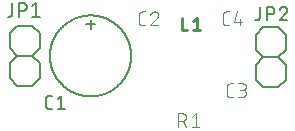
<source format=gbr>
G04 EAGLE Gerber RS-274X export*
G75*
%MOMM*%
%FSLAX34Y34*%
%LPD*%
%INSilkscreen Top*%
%IPPOS*%
%AMOC8*
5,1,8,0,0,1.08239X$1,22.5*%
G01*
%ADD10C,0.152400*%
%ADD11C,0.127000*%
%ADD12C,0.101600*%
%ADD13C,0.254000*%


D10*
X76200Y99060D02*
X76200Y91440D01*
X72390Y95250D02*
X80010Y95250D01*
X41910Y68580D02*
X41920Y69422D01*
X41951Y70263D01*
X42003Y71103D01*
X42075Y71941D01*
X42168Y72777D01*
X42281Y73611D01*
X42415Y74442D01*
X42569Y75270D01*
X42743Y76093D01*
X42938Y76912D01*
X43152Y77726D01*
X43387Y78534D01*
X43641Y79336D01*
X43914Y80132D01*
X44208Y80921D01*
X44520Y81702D01*
X44852Y82476D01*
X45202Y83241D01*
X45571Y83997D01*
X45959Y84744D01*
X46365Y85481D01*
X46788Y86209D01*
X47230Y86925D01*
X47689Y87631D01*
X48165Y88324D01*
X48658Y89007D01*
X49168Y89676D01*
X49693Y90333D01*
X50235Y90977D01*
X50793Y91608D01*
X51366Y92224D01*
X51953Y92827D01*
X52556Y93414D01*
X53172Y93987D01*
X53803Y94545D01*
X54447Y95087D01*
X55104Y95612D01*
X55773Y96122D01*
X56456Y96615D01*
X57149Y97091D01*
X57855Y97550D01*
X58571Y97992D01*
X59299Y98415D01*
X60036Y98821D01*
X60783Y99209D01*
X61539Y99578D01*
X62304Y99928D01*
X63078Y100260D01*
X63859Y100572D01*
X64648Y100866D01*
X65444Y101139D01*
X66246Y101393D01*
X67054Y101628D01*
X67868Y101842D01*
X68687Y102037D01*
X69510Y102211D01*
X70338Y102365D01*
X71169Y102499D01*
X72003Y102612D01*
X72839Y102705D01*
X73677Y102777D01*
X74517Y102829D01*
X75358Y102860D01*
X76200Y102870D01*
X77042Y102860D01*
X77883Y102829D01*
X78723Y102777D01*
X79561Y102705D01*
X80397Y102612D01*
X81231Y102499D01*
X82062Y102365D01*
X82890Y102211D01*
X83713Y102037D01*
X84532Y101842D01*
X85346Y101628D01*
X86154Y101393D01*
X86956Y101139D01*
X87752Y100866D01*
X88541Y100572D01*
X89322Y100260D01*
X90096Y99928D01*
X90861Y99578D01*
X91617Y99209D01*
X92364Y98821D01*
X93101Y98415D01*
X93829Y97992D01*
X94545Y97550D01*
X95251Y97091D01*
X95944Y96615D01*
X96627Y96122D01*
X97296Y95612D01*
X97953Y95087D01*
X98597Y94545D01*
X99228Y93987D01*
X99844Y93414D01*
X100447Y92827D01*
X101034Y92224D01*
X101607Y91608D01*
X102165Y90977D01*
X102707Y90333D01*
X103232Y89676D01*
X103742Y89007D01*
X104235Y88324D01*
X104711Y87631D01*
X105170Y86925D01*
X105612Y86209D01*
X106035Y85481D01*
X106441Y84744D01*
X106829Y83997D01*
X107198Y83241D01*
X107548Y82476D01*
X107880Y81702D01*
X108192Y80921D01*
X108486Y80132D01*
X108759Y79336D01*
X109013Y78534D01*
X109248Y77726D01*
X109462Y76912D01*
X109657Y76093D01*
X109831Y75270D01*
X109985Y74442D01*
X110119Y73611D01*
X110232Y72777D01*
X110325Y71941D01*
X110397Y71103D01*
X110449Y70263D01*
X110480Y69422D01*
X110490Y68580D01*
X110480Y67738D01*
X110449Y66897D01*
X110397Y66057D01*
X110325Y65219D01*
X110232Y64383D01*
X110119Y63549D01*
X109985Y62718D01*
X109831Y61890D01*
X109657Y61067D01*
X109462Y60248D01*
X109248Y59434D01*
X109013Y58626D01*
X108759Y57824D01*
X108486Y57028D01*
X108192Y56239D01*
X107880Y55458D01*
X107548Y54684D01*
X107198Y53919D01*
X106829Y53163D01*
X106441Y52416D01*
X106035Y51679D01*
X105612Y50951D01*
X105170Y50235D01*
X104711Y49529D01*
X104235Y48836D01*
X103742Y48153D01*
X103232Y47484D01*
X102707Y46827D01*
X102165Y46183D01*
X101607Y45552D01*
X101034Y44936D01*
X100447Y44333D01*
X99844Y43746D01*
X99228Y43173D01*
X98597Y42615D01*
X97953Y42073D01*
X97296Y41548D01*
X96627Y41038D01*
X95944Y40545D01*
X95251Y40069D01*
X94545Y39610D01*
X93829Y39168D01*
X93101Y38745D01*
X92364Y38339D01*
X91617Y37951D01*
X90861Y37582D01*
X90096Y37232D01*
X89322Y36900D01*
X88541Y36588D01*
X87752Y36294D01*
X86956Y36021D01*
X86154Y35767D01*
X85346Y35532D01*
X84532Y35318D01*
X83713Y35123D01*
X82890Y34949D01*
X82062Y34795D01*
X81231Y34661D01*
X80397Y34548D01*
X79561Y34455D01*
X78723Y34383D01*
X77883Y34331D01*
X77042Y34300D01*
X76200Y34290D01*
X75358Y34300D01*
X74517Y34331D01*
X73677Y34383D01*
X72839Y34455D01*
X72003Y34548D01*
X71169Y34661D01*
X70338Y34795D01*
X69510Y34949D01*
X68687Y35123D01*
X67868Y35318D01*
X67054Y35532D01*
X66246Y35767D01*
X65444Y36021D01*
X64648Y36294D01*
X63859Y36588D01*
X63078Y36900D01*
X62304Y37232D01*
X61539Y37582D01*
X60783Y37951D01*
X60036Y38339D01*
X59299Y38745D01*
X58571Y39168D01*
X57855Y39610D01*
X57149Y40069D01*
X56456Y40545D01*
X55773Y41038D01*
X55104Y41548D01*
X54447Y42073D01*
X53803Y42615D01*
X53172Y43173D01*
X52556Y43746D01*
X51953Y44333D01*
X51366Y44936D01*
X50793Y45552D01*
X50235Y46183D01*
X49693Y46827D01*
X49168Y47484D01*
X48658Y48153D01*
X48165Y48836D01*
X47689Y49529D01*
X47230Y50235D01*
X46788Y50951D01*
X46365Y51679D01*
X45959Y52416D01*
X45571Y53163D01*
X45202Y53919D01*
X44852Y54684D01*
X44520Y55458D01*
X44208Y56239D01*
X43914Y57028D01*
X43641Y57824D01*
X43387Y58626D01*
X43152Y59434D01*
X42938Y60248D01*
X42743Y61067D01*
X42569Y61890D01*
X42415Y62718D01*
X42281Y63549D01*
X42168Y64383D01*
X42075Y65219D01*
X42003Y66057D01*
X41951Y66897D01*
X41920Y67738D01*
X41910Y68580D01*
D11*
X41275Y23495D02*
X43815Y23495D01*
X41275Y23495D02*
X41175Y23497D01*
X41076Y23503D01*
X40976Y23513D01*
X40878Y23526D01*
X40779Y23544D01*
X40682Y23565D01*
X40586Y23590D01*
X40490Y23619D01*
X40396Y23652D01*
X40303Y23688D01*
X40212Y23728D01*
X40122Y23772D01*
X40034Y23819D01*
X39948Y23869D01*
X39864Y23923D01*
X39782Y23980D01*
X39703Y24040D01*
X39625Y24104D01*
X39551Y24170D01*
X39479Y24239D01*
X39410Y24311D01*
X39344Y24385D01*
X39280Y24463D01*
X39220Y24542D01*
X39163Y24624D01*
X39109Y24708D01*
X39059Y24794D01*
X39012Y24882D01*
X38968Y24972D01*
X38928Y25063D01*
X38892Y25156D01*
X38859Y25250D01*
X38830Y25346D01*
X38805Y25442D01*
X38784Y25539D01*
X38766Y25638D01*
X38753Y25736D01*
X38743Y25836D01*
X38737Y25935D01*
X38735Y26035D01*
X38735Y32385D01*
X38737Y32485D01*
X38743Y32584D01*
X38753Y32684D01*
X38766Y32782D01*
X38784Y32881D01*
X38805Y32978D01*
X38830Y33074D01*
X38859Y33170D01*
X38892Y33264D01*
X38928Y33357D01*
X38968Y33448D01*
X39012Y33538D01*
X39059Y33626D01*
X39109Y33712D01*
X39163Y33796D01*
X39220Y33878D01*
X39280Y33957D01*
X39344Y34035D01*
X39410Y34109D01*
X39479Y34181D01*
X39551Y34250D01*
X39625Y34316D01*
X39703Y34380D01*
X39782Y34440D01*
X39864Y34497D01*
X39948Y34551D01*
X40034Y34601D01*
X40122Y34648D01*
X40212Y34692D01*
X40303Y34732D01*
X40396Y34768D01*
X40490Y34801D01*
X40586Y34830D01*
X40682Y34855D01*
X40779Y34876D01*
X40878Y34894D01*
X40976Y34907D01*
X41076Y34917D01*
X41175Y34923D01*
X41275Y34925D01*
X43815Y34925D01*
X48297Y32385D02*
X51472Y34925D01*
X51472Y23495D01*
X48297Y23495D02*
X54647Y23495D01*
D12*
X119944Y94488D02*
X122541Y94488D01*
X119944Y94488D02*
X119845Y94490D01*
X119745Y94496D01*
X119646Y94505D01*
X119548Y94518D01*
X119450Y94535D01*
X119352Y94556D01*
X119256Y94581D01*
X119161Y94609D01*
X119067Y94641D01*
X118974Y94676D01*
X118882Y94715D01*
X118792Y94758D01*
X118704Y94803D01*
X118617Y94853D01*
X118533Y94905D01*
X118450Y94961D01*
X118370Y95019D01*
X118292Y95081D01*
X118217Y95146D01*
X118144Y95214D01*
X118074Y95284D01*
X118006Y95357D01*
X117941Y95432D01*
X117879Y95510D01*
X117821Y95590D01*
X117765Y95673D01*
X117713Y95757D01*
X117663Y95844D01*
X117618Y95932D01*
X117575Y96022D01*
X117536Y96114D01*
X117501Y96207D01*
X117469Y96301D01*
X117441Y96396D01*
X117416Y96492D01*
X117395Y96590D01*
X117378Y96688D01*
X117365Y96786D01*
X117356Y96885D01*
X117350Y96985D01*
X117348Y97084D01*
X117348Y103576D01*
X117350Y103675D01*
X117356Y103775D01*
X117365Y103874D01*
X117378Y103972D01*
X117395Y104070D01*
X117416Y104168D01*
X117441Y104264D01*
X117469Y104359D01*
X117501Y104453D01*
X117536Y104546D01*
X117575Y104638D01*
X117618Y104728D01*
X117663Y104816D01*
X117713Y104903D01*
X117765Y104987D01*
X117821Y105070D01*
X117879Y105150D01*
X117941Y105228D01*
X118006Y105303D01*
X118074Y105376D01*
X118144Y105446D01*
X118217Y105514D01*
X118292Y105579D01*
X118370Y105641D01*
X118450Y105699D01*
X118533Y105755D01*
X118617Y105807D01*
X118704Y105857D01*
X118792Y105902D01*
X118882Y105945D01*
X118974Y105984D01*
X119066Y106019D01*
X119161Y106051D01*
X119256Y106079D01*
X119352Y106104D01*
X119450Y106125D01*
X119548Y106142D01*
X119646Y106155D01*
X119745Y106164D01*
X119845Y106170D01*
X119944Y106172D01*
X122541Y106172D01*
X130476Y106172D02*
X130583Y106170D01*
X130689Y106164D01*
X130795Y106154D01*
X130901Y106141D01*
X131007Y106123D01*
X131111Y106102D01*
X131215Y106077D01*
X131318Y106048D01*
X131419Y106016D01*
X131519Y105979D01*
X131618Y105939D01*
X131716Y105896D01*
X131812Y105849D01*
X131906Y105798D01*
X131998Y105744D01*
X132088Y105687D01*
X132176Y105627D01*
X132261Y105563D01*
X132344Y105496D01*
X132425Y105426D01*
X132503Y105354D01*
X132579Y105278D01*
X132651Y105200D01*
X132721Y105119D01*
X132788Y105036D01*
X132852Y104951D01*
X132912Y104863D01*
X132969Y104773D01*
X133023Y104681D01*
X133074Y104587D01*
X133121Y104491D01*
X133164Y104393D01*
X133204Y104294D01*
X133241Y104194D01*
X133273Y104093D01*
X133302Y103990D01*
X133327Y103886D01*
X133348Y103782D01*
X133366Y103676D01*
X133379Y103570D01*
X133389Y103464D01*
X133395Y103358D01*
X133397Y103251D01*
X130476Y106172D02*
X130355Y106170D01*
X130234Y106164D01*
X130114Y106154D01*
X129993Y106141D01*
X129874Y106123D01*
X129754Y106102D01*
X129636Y106077D01*
X129519Y106048D01*
X129402Y106015D01*
X129287Y105979D01*
X129173Y105938D01*
X129060Y105895D01*
X128948Y105847D01*
X128839Y105796D01*
X128731Y105741D01*
X128624Y105683D01*
X128520Y105622D01*
X128418Y105557D01*
X128318Y105489D01*
X128220Y105418D01*
X128124Y105344D01*
X128031Y105267D01*
X127941Y105186D01*
X127853Y105103D01*
X127768Y105017D01*
X127685Y104928D01*
X127606Y104837D01*
X127529Y104743D01*
X127456Y104647D01*
X127386Y104549D01*
X127319Y104448D01*
X127255Y104345D01*
X127195Y104240D01*
X127138Y104133D01*
X127084Y104025D01*
X127034Y103915D01*
X126988Y103803D01*
X126945Y103690D01*
X126906Y103575D01*
X132424Y100979D02*
X132503Y101056D01*
X132579Y101137D01*
X132652Y101220D01*
X132722Y101305D01*
X132789Y101393D01*
X132853Y101483D01*
X132913Y101575D01*
X132970Y101670D01*
X133024Y101766D01*
X133075Y101864D01*
X133122Y101964D01*
X133166Y102066D01*
X133206Y102169D01*
X133242Y102273D01*
X133274Y102379D01*
X133303Y102485D01*
X133328Y102593D01*
X133350Y102701D01*
X133367Y102811D01*
X133381Y102920D01*
X133390Y103030D01*
X133396Y103141D01*
X133398Y103251D01*
X132424Y100979D02*
X126906Y94488D01*
X133397Y94488D01*
X194319Y33528D02*
X196916Y33528D01*
X194319Y33528D02*
X194220Y33530D01*
X194120Y33536D01*
X194021Y33545D01*
X193923Y33558D01*
X193825Y33575D01*
X193727Y33596D01*
X193631Y33621D01*
X193536Y33649D01*
X193442Y33681D01*
X193349Y33716D01*
X193257Y33755D01*
X193167Y33798D01*
X193079Y33843D01*
X192992Y33893D01*
X192908Y33945D01*
X192825Y34001D01*
X192745Y34059D01*
X192667Y34121D01*
X192592Y34186D01*
X192519Y34254D01*
X192449Y34324D01*
X192381Y34397D01*
X192316Y34472D01*
X192254Y34550D01*
X192196Y34630D01*
X192140Y34713D01*
X192088Y34797D01*
X192038Y34884D01*
X191993Y34972D01*
X191950Y35062D01*
X191911Y35154D01*
X191876Y35247D01*
X191844Y35341D01*
X191816Y35436D01*
X191791Y35532D01*
X191770Y35630D01*
X191753Y35728D01*
X191740Y35826D01*
X191731Y35925D01*
X191725Y36025D01*
X191723Y36124D01*
X191723Y42616D01*
X191725Y42715D01*
X191731Y42815D01*
X191740Y42914D01*
X191753Y43012D01*
X191770Y43110D01*
X191791Y43208D01*
X191816Y43304D01*
X191844Y43399D01*
X191876Y43493D01*
X191911Y43586D01*
X191950Y43678D01*
X191993Y43768D01*
X192038Y43856D01*
X192088Y43943D01*
X192140Y44027D01*
X192196Y44110D01*
X192254Y44190D01*
X192316Y44268D01*
X192381Y44343D01*
X192449Y44416D01*
X192519Y44486D01*
X192592Y44554D01*
X192667Y44619D01*
X192745Y44681D01*
X192825Y44739D01*
X192908Y44795D01*
X192992Y44847D01*
X193079Y44897D01*
X193167Y44942D01*
X193257Y44985D01*
X193349Y45024D01*
X193441Y45059D01*
X193536Y45091D01*
X193631Y45119D01*
X193727Y45144D01*
X193825Y45165D01*
X193923Y45182D01*
X194021Y45195D01*
X194120Y45204D01*
X194220Y45210D01*
X194319Y45212D01*
X196916Y45212D01*
X201281Y33528D02*
X204526Y33528D01*
X204639Y33530D01*
X204752Y33536D01*
X204865Y33546D01*
X204978Y33560D01*
X205090Y33577D01*
X205201Y33599D01*
X205311Y33624D01*
X205421Y33654D01*
X205529Y33687D01*
X205636Y33724D01*
X205742Y33764D01*
X205846Y33809D01*
X205949Y33857D01*
X206050Y33908D01*
X206149Y33963D01*
X206246Y34021D01*
X206341Y34083D01*
X206434Y34148D01*
X206524Y34216D01*
X206612Y34287D01*
X206698Y34362D01*
X206781Y34439D01*
X206861Y34519D01*
X206938Y34602D01*
X207013Y34688D01*
X207084Y34776D01*
X207152Y34866D01*
X207217Y34959D01*
X207279Y35054D01*
X207337Y35151D01*
X207392Y35250D01*
X207443Y35351D01*
X207491Y35454D01*
X207536Y35558D01*
X207576Y35664D01*
X207613Y35771D01*
X207646Y35879D01*
X207676Y35989D01*
X207701Y36099D01*
X207723Y36210D01*
X207740Y36322D01*
X207754Y36435D01*
X207764Y36548D01*
X207770Y36661D01*
X207772Y36774D01*
X207770Y36887D01*
X207764Y37000D01*
X207754Y37113D01*
X207740Y37226D01*
X207723Y37338D01*
X207701Y37449D01*
X207676Y37559D01*
X207646Y37669D01*
X207613Y37777D01*
X207576Y37884D01*
X207536Y37990D01*
X207491Y38094D01*
X207443Y38197D01*
X207392Y38298D01*
X207337Y38397D01*
X207279Y38494D01*
X207217Y38589D01*
X207152Y38682D01*
X207084Y38772D01*
X207013Y38860D01*
X206938Y38946D01*
X206861Y39029D01*
X206781Y39109D01*
X206698Y39186D01*
X206612Y39261D01*
X206524Y39332D01*
X206434Y39400D01*
X206341Y39465D01*
X206246Y39527D01*
X206149Y39585D01*
X206050Y39640D01*
X205949Y39691D01*
X205846Y39739D01*
X205742Y39784D01*
X205636Y39824D01*
X205529Y39861D01*
X205421Y39894D01*
X205311Y39924D01*
X205201Y39949D01*
X205090Y39971D01*
X204978Y39988D01*
X204865Y40002D01*
X204752Y40012D01*
X204639Y40018D01*
X204526Y40020D01*
X205176Y45212D02*
X201281Y45212D01*
X205176Y45212D02*
X205277Y45210D01*
X205377Y45204D01*
X205477Y45194D01*
X205577Y45181D01*
X205676Y45163D01*
X205775Y45142D01*
X205872Y45117D01*
X205969Y45088D01*
X206064Y45055D01*
X206158Y45019D01*
X206250Y44979D01*
X206341Y44936D01*
X206430Y44889D01*
X206517Y44839D01*
X206603Y44785D01*
X206686Y44728D01*
X206766Y44668D01*
X206845Y44605D01*
X206921Y44538D01*
X206994Y44469D01*
X207064Y44397D01*
X207132Y44323D01*
X207197Y44246D01*
X207258Y44166D01*
X207317Y44084D01*
X207372Y44000D01*
X207424Y43914D01*
X207473Y43826D01*
X207518Y43736D01*
X207560Y43644D01*
X207598Y43551D01*
X207632Y43456D01*
X207663Y43361D01*
X207690Y43264D01*
X207713Y43166D01*
X207733Y43067D01*
X207748Y42967D01*
X207760Y42867D01*
X207768Y42767D01*
X207772Y42666D01*
X207772Y42566D01*
X207768Y42465D01*
X207760Y42365D01*
X207748Y42265D01*
X207733Y42165D01*
X207713Y42066D01*
X207690Y41968D01*
X207663Y41871D01*
X207632Y41776D01*
X207598Y41681D01*
X207560Y41588D01*
X207518Y41496D01*
X207473Y41406D01*
X207424Y41318D01*
X207372Y41232D01*
X207317Y41148D01*
X207258Y41066D01*
X207197Y40986D01*
X207132Y40909D01*
X207064Y40835D01*
X206994Y40763D01*
X206921Y40694D01*
X206845Y40627D01*
X206766Y40564D01*
X206686Y40504D01*
X206603Y40447D01*
X206517Y40393D01*
X206430Y40343D01*
X206341Y40296D01*
X206250Y40253D01*
X206158Y40213D01*
X206064Y40177D01*
X205969Y40144D01*
X205872Y40115D01*
X205775Y40090D01*
X205676Y40069D01*
X205577Y40051D01*
X205477Y40038D01*
X205377Y40028D01*
X205277Y40022D01*
X205176Y40020D01*
X205176Y40019D02*
X202579Y40019D01*
X193661Y94488D02*
X191064Y94488D01*
X190965Y94490D01*
X190865Y94496D01*
X190766Y94505D01*
X190668Y94518D01*
X190570Y94535D01*
X190472Y94556D01*
X190376Y94581D01*
X190281Y94609D01*
X190187Y94641D01*
X190094Y94676D01*
X190002Y94715D01*
X189912Y94758D01*
X189824Y94803D01*
X189737Y94853D01*
X189653Y94905D01*
X189570Y94961D01*
X189490Y95019D01*
X189412Y95081D01*
X189337Y95146D01*
X189264Y95214D01*
X189194Y95284D01*
X189126Y95357D01*
X189061Y95432D01*
X188999Y95510D01*
X188941Y95590D01*
X188885Y95673D01*
X188833Y95757D01*
X188783Y95844D01*
X188738Y95932D01*
X188695Y96022D01*
X188656Y96114D01*
X188621Y96207D01*
X188589Y96301D01*
X188561Y96396D01*
X188536Y96492D01*
X188515Y96590D01*
X188498Y96688D01*
X188485Y96786D01*
X188476Y96885D01*
X188470Y96985D01*
X188468Y97084D01*
X188468Y103576D01*
X188470Y103675D01*
X188476Y103775D01*
X188485Y103874D01*
X188498Y103972D01*
X188515Y104070D01*
X188536Y104168D01*
X188561Y104264D01*
X188589Y104359D01*
X188621Y104453D01*
X188656Y104546D01*
X188695Y104638D01*
X188738Y104728D01*
X188783Y104816D01*
X188833Y104903D01*
X188885Y104987D01*
X188941Y105070D01*
X188999Y105150D01*
X189061Y105228D01*
X189126Y105303D01*
X189194Y105376D01*
X189264Y105446D01*
X189337Y105514D01*
X189412Y105579D01*
X189490Y105641D01*
X189570Y105699D01*
X189653Y105755D01*
X189737Y105807D01*
X189824Y105857D01*
X189912Y105902D01*
X190002Y105945D01*
X190094Y105984D01*
X190186Y106019D01*
X190281Y106051D01*
X190376Y106079D01*
X190472Y106104D01*
X190570Y106125D01*
X190668Y106142D01*
X190766Y106155D01*
X190865Y106164D01*
X190965Y106170D01*
X191064Y106172D01*
X193661Y106172D01*
X200623Y106172D02*
X198026Y97084D01*
X204517Y97084D01*
X202570Y99681D02*
X202570Y94488D01*
D13*
X153725Y90170D02*
X153725Y100330D01*
X153725Y90170D02*
X158241Y90170D01*
X163211Y98072D02*
X166033Y100330D01*
X166033Y90170D01*
X163211Y90170D02*
X168855Y90170D01*
D12*
X150555Y19812D02*
X150555Y8128D01*
X150555Y19812D02*
X153800Y19812D01*
X153913Y19810D01*
X154026Y19804D01*
X154139Y19794D01*
X154252Y19780D01*
X154364Y19763D01*
X154475Y19741D01*
X154585Y19716D01*
X154695Y19686D01*
X154803Y19653D01*
X154910Y19616D01*
X155016Y19576D01*
X155120Y19531D01*
X155223Y19483D01*
X155324Y19432D01*
X155423Y19377D01*
X155520Y19319D01*
X155615Y19257D01*
X155708Y19192D01*
X155798Y19124D01*
X155886Y19053D01*
X155972Y18978D01*
X156055Y18901D01*
X156135Y18821D01*
X156212Y18738D01*
X156287Y18652D01*
X156358Y18564D01*
X156426Y18474D01*
X156491Y18381D01*
X156553Y18286D01*
X156611Y18189D01*
X156666Y18090D01*
X156717Y17989D01*
X156765Y17886D01*
X156810Y17782D01*
X156850Y17676D01*
X156887Y17569D01*
X156920Y17461D01*
X156950Y17351D01*
X156975Y17241D01*
X156997Y17130D01*
X157014Y17018D01*
X157028Y16905D01*
X157038Y16792D01*
X157044Y16679D01*
X157046Y16566D01*
X157044Y16453D01*
X157038Y16340D01*
X157028Y16227D01*
X157014Y16114D01*
X156997Y16002D01*
X156975Y15891D01*
X156950Y15781D01*
X156920Y15671D01*
X156887Y15563D01*
X156850Y15456D01*
X156810Y15350D01*
X156765Y15246D01*
X156717Y15143D01*
X156666Y15042D01*
X156611Y14943D01*
X156553Y14846D01*
X156491Y14751D01*
X156426Y14658D01*
X156358Y14568D01*
X156287Y14480D01*
X156212Y14394D01*
X156135Y14311D01*
X156055Y14231D01*
X155972Y14154D01*
X155886Y14079D01*
X155798Y14008D01*
X155708Y13940D01*
X155615Y13875D01*
X155520Y13813D01*
X155423Y13755D01*
X155324Y13700D01*
X155223Y13649D01*
X155120Y13601D01*
X155016Y13556D01*
X154910Y13516D01*
X154803Y13479D01*
X154695Y13446D01*
X154585Y13416D01*
X154475Y13391D01*
X154364Y13369D01*
X154252Y13352D01*
X154139Y13338D01*
X154026Y13328D01*
X153913Y13322D01*
X153800Y13320D01*
X153800Y13321D02*
X150555Y13321D01*
X154449Y13321D02*
X157046Y8128D01*
X161911Y17216D02*
X165156Y19812D01*
X165156Y8128D01*
X161911Y8128D02*
X168402Y8128D01*
D10*
X7620Y49530D02*
X7620Y62230D01*
X13970Y68580D01*
X26670Y68580D01*
X33020Y62230D01*
X26670Y43180D02*
X13970Y43180D01*
X7620Y49530D01*
X26670Y43180D02*
X33020Y49530D01*
X33020Y62230D01*
X13970Y68580D02*
X7620Y74930D01*
X7620Y87630D01*
X13970Y93980D01*
X26670Y93980D01*
X33020Y87630D01*
X33020Y74930D01*
X26670Y68580D01*
D11*
X9958Y104267D02*
X9958Y113157D01*
X9958Y104267D02*
X9956Y104167D01*
X9950Y104068D01*
X9940Y103968D01*
X9927Y103870D01*
X9909Y103771D01*
X9888Y103674D01*
X9863Y103578D01*
X9834Y103482D01*
X9801Y103388D01*
X9765Y103295D01*
X9725Y103204D01*
X9681Y103114D01*
X9634Y103026D01*
X9584Y102940D01*
X9530Y102856D01*
X9473Y102774D01*
X9413Y102695D01*
X9349Y102617D01*
X9283Y102543D01*
X9214Y102471D01*
X9142Y102402D01*
X9068Y102336D01*
X8990Y102272D01*
X8911Y102212D01*
X8829Y102155D01*
X8745Y102101D01*
X8659Y102051D01*
X8571Y102004D01*
X8481Y101960D01*
X8390Y101920D01*
X8297Y101884D01*
X8203Y101851D01*
X8107Y101822D01*
X8011Y101797D01*
X7914Y101776D01*
X7815Y101758D01*
X7717Y101745D01*
X7617Y101735D01*
X7518Y101729D01*
X7418Y101727D01*
X6148Y101727D01*
X15939Y101727D02*
X15939Y113157D01*
X19114Y113157D01*
X19225Y113155D01*
X19335Y113149D01*
X19446Y113140D01*
X19556Y113126D01*
X19665Y113109D01*
X19774Y113088D01*
X19882Y113063D01*
X19989Y113034D01*
X20095Y113002D01*
X20200Y112966D01*
X20303Y112926D01*
X20405Y112883D01*
X20506Y112836D01*
X20605Y112785D01*
X20702Y112732D01*
X20796Y112675D01*
X20889Y112614D01*
X20980Y112551D01*
X21069Y112484D01*
X21155Y112414D01*
X21238Y112341D01*
X21320Y112266D01*
X21398Y112188D01*
X21473Y112106D01*
X21546Y112023D01*
X21616Y111937D01*
X21683Y111848D01*
X21746Y111757D01*
X21807Y111664D01*
X21864Y111569D01*
X21917Y111473D01*
X21968Y111374D01*
X22015Y111273D01*
X22058Y111171D01*
X22098Y111068D01*
X22134Y110963D01*
X22166Y110857D01*
X22195Y110750D01*
X22220Y110642D01*
X22241Y110533D01*
X22258Y110424D01*
X22272Y110314D01*
X22281Y110203D01*
X22287Y110093D01*
X22289Y109982D01*
X22287Y109871D01*
X22281Y109761D01*
X22272Y109650D01*
X22258Y109540D01*
X22241Y109431D01*
X22220Y109322D01*
X22195Y109214D01*
X22166Y109107D01*
X22134Y109001D01*
X22098Y108896D01*
X22058Y108793D01*
X22015Y108691D01*
X21968Y108590D01*
X21917Y108491D01*
X21864Y108394D01*
X21807Y108300D01*
X21746Y108207D01*
X21683Y108116D01*
X21616Y108027D01*
X21546Y107941D01*
X21473Y107858D01*
X21398Y107776D01*
X21320Y107698D01*
X21238Y107623D01*
X21155Y107550D01*
X21069Y107480D01*
X20980Y107413D01*
X20889Y107350D01*
X20796Y107289D01*
X20701Y107232D01*
X20605Y107179D01*
X20506Y107128D01*
X20405Y107081D01*
X20303Y107038D01*
X20200Y106998D01*
X20095Y106962D01*
X19989Y106930D01*
X19882Y106901D01*
X19774Y106876D01*
X19665Y106855D01*
X19556Y106838D01*
X19446Y106824D01*
X19335Y106815D01*
X19225Y106809D01*
X19114Y106807D01*
X15939Y106807D01*
X26797Y110617D02*
X29972Y113157D01*
X29972Y101727D01*
X26797Y101727D02*
X33147Y101727D01*
D10*
X241300Y86360D02*
X241300Y73660D01*
X234950Y67310D01*
X222250Y67310D01*
X215900Y73660D01*
X222250Y92710D02*
X234950Y92710D01*
X241300Y86360D01*
X222250Y92710D02*
X215900Y86360D01*
X215900Y73660D01*
X234950Y67310D02*
X241300Y60960D01*
X241300Y48260D01*
X234950Y41910D01*
X222250Y41910D01*
X215900Y48260D01*
X215900Y60960D01*
X222250Y67310D01*
D11*
X219583Y101473D02*
X219583Y110363D01*
X219583Y101473D02*
X219581Y101373D01*
X219575Y101274D01*
X219565Y101174D01*
X219552Y101076D01*
X219534Y100977D01*
X219513Y100880D01*
X219488Y100784D01*
X219459Y100688D01*
X219426Y100594D01*
X219390Y100501D01*
X219350Y100410D01*
X219306Y100320D01*
X219259Y100232D01*
X219209Y100146D01*
X219155Y100062D01*
X219098Y99980D01*
X219038Y99901D01*
X218974Y99823D01*
X218908Y99749D01*
X218839Y99677D01*
X218767Y99608D01*
X218693Y99542D01*
X218615Y99478D01*
X218536Y99418D01*
X218454Y99361D01*
X218370Y99307D01*
X218284Y99257D01*
X218196Y99210D01*
X218106Y99166D01*
X218015Y99126D01*
X217922Y99090D01*
X217828Y99057D01*
X217732Y99028D01*
X217636Y99003D01*
X217539Y98982D01*
X217440Y98964D01*
X217342Y98951D01*
X217242Y98941D01*
X217143Y98935D01*
X217043Y98933D01*
X215773Y98933D01*
X225563Y98933D02*
X225563Y110363D01*
X228738Y110363D01*
X228849Y110361D01*
X228959Y110355D01*
X229070Y110346D01*
X229180Y110332D01*
X229289Y110315D01*
X229398Y110294D01*
X229506Y110269D01*
X229613Y110240D01*
X229719Y110208D01*
X229824Y110172D01*
X229927Y110132D01*
X230029Y110089D01*
X230130Y110042D01*
X230229Y109991D01*
X230326Y109938D01*
X230420Y109881D01*
X230513Y109820D01*
X230604Y109757D01*
X230693Y109690D01*
X230779Y109620D01*
X230862Y109547D01*
X230944Y109472D01*
X231022Y109394D01*
X231097Y109312D01*
X231170Y109229D01*
X231240Y109143D01*
X231307Y109054D01*
X231370Y108963D01*
X231431Y108870D01*
X231488Y108775D01*
X231541Y108679D01*
X231592Y108580D01*
X231639Y108479D01*
X231682Y108377D01*
X231722Y108274D01*
X231758Y108169D01*
X231790Y108063D01*
X231819Y107956D01*
X231844Y107848D01*
X231865Y107739D01*
X231882Y107630D01*
X231896Y107520D01*
X231905Y107409D01*
X231911Y107299D01*
X231913Y107188D01*
X231911Y107077D01*
X231905Y106967D01*
X231896Y106856D01*
X231882Y106746D01*
X231865Y106637D01*
X231844Y106528D01*
X231819Y106420D01*
X231790Y106313D01*
X231758Y106207D01*
X231722Y106102D01*
X231682Y105999D01*
X231639Y105897D01*
X231592Y105796D01*
X231541Y105697D01*
X231488Y105600D01*
X231431Y105506D01*
X231370Y105413D01*
X231307Y105322D01*
X231240Y105233D01*
X231170Y105147D01*
X231097Y105064D01*
X231022Y104982D01*
X230944Y104904D01*
X230862Y104829D01*
X230779Y104756D01*
X230693Y104686D01*
X230604Y104619D01*
X230513Y104556D01*
X230420Y104495D01*
X230325Y104438D01*
X230229Y104385D01*
X230130Y104334D01*
X230029Y104287D01*
X229927Y104244D01*
X229824Y104204D01*
X229719Y104168D01*
X229613Y104136D01*
X229506Y104107D01*
X229398Y104082D01*
X229289Y104061D01*
X229180Y104044D01*
X229070Y104030D01*
X228959Y104021D01*
X228849Y104015D01*
X228738Y104013D01*
X225563Y104013D01*
X239914Y110364D02*
X240018Y110362D01*
X240123Y110356D01*
X240227Y110347D01*
X240330Y110334D01*
X240433Y110316D01*
X240535Y110296D01*
X240637Y110271D01*
X240737Y110243D01*
X240837Y110211D01*
X240935Y110175D01*
X241032Y110136D01*
X241127Y110094D01*
X241221Y110048D01*
X241313Y109998D01*
X241403Y109946D01*
X241491Y109890D01*
X241577Y109830D01*
X241661Y109768D01*
X241742Y109703D01*
X241821Y109635D01*
X241898Y109563D01*
X241971Y109490D01*
X242043Y109413D01*
X242111Y109334D01*
X242176Y109253D01*
X242238Y109169D01*
X242298Y109083D01*
X242354Y108995D01*
X242406Y108905D01*
X242456Y108813D01*
X242502Y108719D01*
X242544Y108624D01*
X242583Y108527D01*
X242619Y108429D01*
X242651Y108329D01*
X242679Y108229D01*
X242704Y108127D01*
X242724Y108025D01*
X242742Y107922D01*
X242755Y107819D01*
X242764Y107715D01*
X242770Y107610D01*
X242772Y107506D01*
X239914Y110363D02*
X239796Y110361D01*
X239677Y110355D01*
X239559Y110346D01*
X239442Y110333D01*
X239325Y110315D01*
X239208Y110295D01*
X239092Y110270D01*
X238977Y110242D01*
X238864Y110209D01*
X238751Y110174D01*
X238639Y110134D01*
X238529Y110092D01*
X238420Y110045D01*
X238312Y109995D01*
X238207Y109942D01*
X238103Y109885D01*
X238001Y109825D01*
X237901Y109762D01*
X237803Y109695D01*
X237707Y109626D01*
X237614Y109553D01*
X237523Y109477D01*
X237434Y109399D01*
X237348Y109317D01*
X237265Y109233D01*
X237184Y109147D01*
X237107Y109057D01*
X237032Y108966D01*
X236960Y108872D01*
X236891Y108775D01*
X236826Y108677D01*
X236763Y108576D01*
X236704Y108473D01*
X236648Y108369D01*
X236596Y108263D01*
X236547Y108155D01*
X236502Y108046D01*
X236460Y107935D01*
X236422Y107823D01*
X241820Y105284D02*
X241896Y105359D01*
X241971Y105438D01*
X242042Y105519D01*
X242111Y105603D01*
X242176Y105689D01*
X242238Y105777D01*
X242298Y105867D01*
X242354Y105959D01*
X242407Y106054D01*
X242456Y106150D01*
X242502Y106248D01*
X242545Y106347D01*
X242584Y106448D01*
X242619Y106550D01*
X242651Y106653D01*
X242679Y106757D01*
X242704Y106862D01*
X242725Y106969D01*
X242742Y107075D01*
X242755Y107182D01*
X242764Y107290D01*
X242770Y107398D01*
X242772Y107506D01*
X241819Y105283D02*
X236422Y98933D01*
X242772Y98933D01*
M02*

</source>
